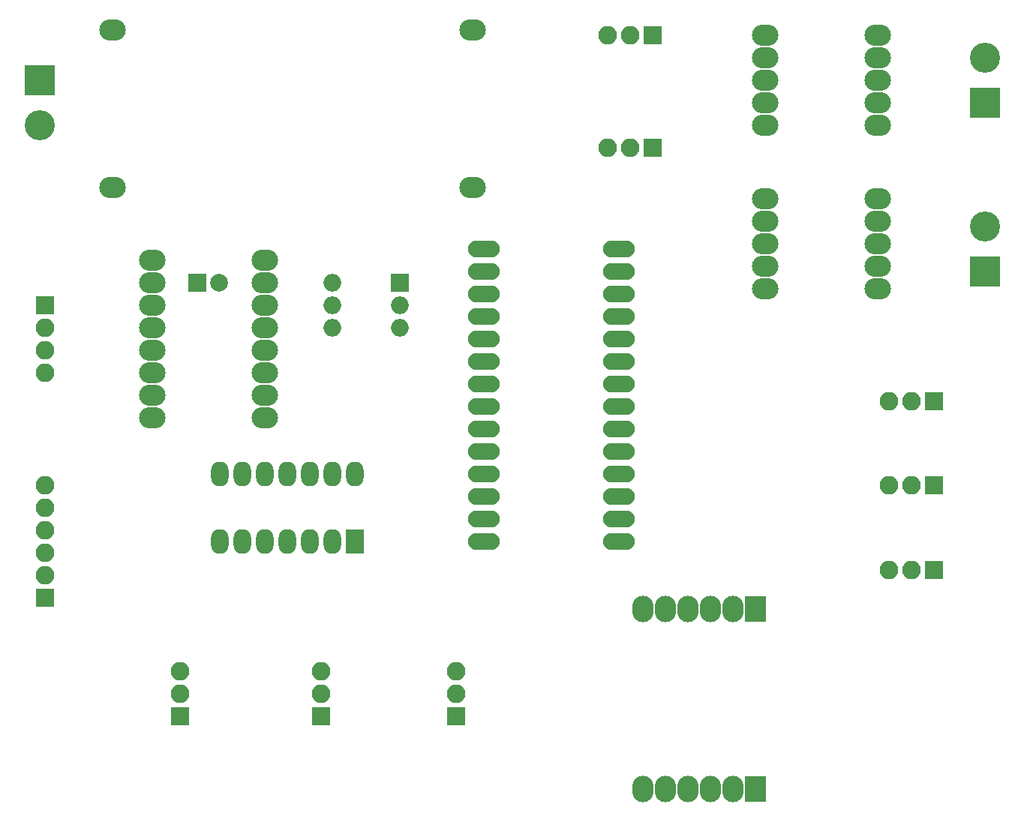
<source format=gbr>
G04 #@! TF.GenerationSoftware,KiCad,Pcbnew,5.0.0+dfsg1-2*
G04 #@! TF.CreationDate,2019-05-22T11:33:39+02:00*
G04 #@! TF.ProjectId,BLOBCNC_TOP,424C4F42434E435F544F502E6B696361,rev?*
G04 #@! TF.SameCoordinates,PXb438b80PY1b9d560*
G04 #@! TF.FileFunction,Soldermask,Bot*
G04 #@! TF.FilePolarity,Negative*
%FSLAX46Y46*%
G04 Gerber Fmt 4.6, Leading zero omitted, Abs format (unit mm)*
G04 Created by KiCad (PCBNEW 5.0.0+dfsg1-2) date Wed May 22 11:33:39 2019*
%MOMM*%
%LPD*%
G01*
G04 APERTURE LIST*
%ADD10R,2.000000X2.000000*%
%ADD11C,2.000000*%
%ADD12O,3.000000X2.400000*%
%ADD13C,3.400000*%
%ADD14R,3.400000X3.400000*%
%ADD15O,2.100000X2.100000*%
%ADD16R,2.100000X2.100000*%
%ADD17O,2.000000X2.000000*%
%ADD18O,2.400000X3.000000*%
%ADD19R,2.400000X3.000000*%
%ADD20O,3.575000X1.924000*%
%ADD21R,2.000000X2.800000*%
%ADD22O,2.000000X2.800000*%
G04 APERTURE END LIST*
D10*
G04 #@! TO.C,C1*
X-93091000Y-33274000D03*
D11*
X-90591000Y-33274000D03*
G04 #@! TD*
D12*
G04 #@! TO.C,Dr1*
X-85471000Y-30734000D03*
X-85471000Y-33274000D03*
X-85471000Y-35814000D03*
X-85471000Y-38354000D03*
X-85471000Y-40894000D03*
X-85471000Y-43434000D03*
X-85471000Y-45974000D03*
X-85471000Y-48514000D03*
X-98171000Y-48514000D03*
X-98171000Y-45974000D03*
X-98171000Y-43434000D03*
X-98171000Y-40894000D03*
X-98171000Y-38354000D03*
X-98171000Y-35814000D03*
X-98171000Y-33274000D03*
X-98171000Y-30734000D03*
G04 #@! TD*
D13*
G04 #@! TO.C,J1*
X-4191000Y-7874000D03*
D14*
X-4191000Y-12954000D03*
G04 #@! TD*
G04 #@! TO.C,J2*
X-4191000Y-32004000D03*
D13*
X-4191000Y-26924000D03*
G04 #@! TD*
D14*
G04 #@! TO.C,J3*
X-110871000Y-10414000D03*
D13*
X-110871000Y-15494000D03*
G04 #@! TD*
D15*
G04 #@! TO.C,J4*
X-14986000Y-46609000D03*
X-12446000Y-46609000D03*
D16*
X-9906000Y-46609000D03*
G04 #@! TD*
G04 #@! TO.C,J5*
X-9906000Y-56134000D03*
D15*
X-12446000Y-56134000D03*
X-14986000Y-56134000D03*
G04 #@! TD*
G04 #@! TO.C,J6*
X-14986000Y-65659000D03*
X-12446000Y-65659000D03*
D16*
X-9906000Y-65659000D03*
G04 #@! TD*
D15*
G04 #@! TO.C,J7*
X-46736000Y-18034000D03*
X-44196000Y-18034000D03*
D16*
X-41656000Y-18034000D03*
G04 #@! TD*
G04 #@! TO.C,J8*
X-41656000Y-5334000D03*
D15*
X-44196000Y-5334000D03*
X-46736000Y-5334000D03*
G04 #@! TD*
D16*
G04 #@! TO.C,J9*
X-94996000Y-82169000D03*
D15*
X-94996000Y-79629000D03*
X-94996000Y-77089000D03*
G04 #@! TD*
G04 #@! TO.C,J10*
X-79121000Y-77089000D03*
X-79121000Y-79629000D03*
D16*
X-79121000Y-82169000D03*
G04 #@! TD*
G04 #@! TO.C,J11*
X-63881000Y-82169000D03*
D15*
X-63881000Y-79629000D03*
X-63881000Y-77089000D03*
G04 #@! TD*
D16*
G04 #@! TO.C,J12*
X-110236000Y-35814000D03*
D15*
X-110236000Y-38354000D03*
X-110236000Y-40894000D03*
X-110236000Y-43434000D03*
G04 #@! TD*
D16*
G04 #@! TO.C,J13*
X-110236000Y-68834000D03*
D15*
X-110236000Y-66294000D03*
X-110236000Y-63754000D03*
X-110236000Y-61214000D03*
X-110236000Y-58674000D03*
X-110236000Y-56134000D03*
G04 #@! TD*
D12*
G04 #@! TO.C,MotorDriver1*
X-28956000Y-15494000D03*
X-28956000Y-12954000D03*
X-28956000Y-10414000D03*
X-28956000Y-7874000D03*
X-28956000Y-5334000D03*
X-16256000Y-5334000D03*
X-16256000Y-7874000D03*
X-16256000Y-10414000D03*
X-16256000Y-12954000D03*
X-16256000Y-15494000D03*
G04 #@! TD*
G04 #@! TO.C,MotorDriver2*
X-16256000Y-33909000D03*
X-16256000Y-31369000D03*
X-16256000Y-28829000D03*
X-16256000Y-26289000D03*
X-16256000Y-23749000D03*
X-28956000Y-23749000D03*
X-28956000Y-26289000D03*
X-28956000Y-28829000D03*
X-28956000Y-31369000D03*
X-28956000Y-33909000D03*
G04 #@! TD*
D10*
G04 #@! TO.C,SW1*
X-70231000Y-33274000D03*
D17*
X-77851000Y-38354000D03*
X-70231000Y-35814000D03*
X-77851000Y-35814000D03*
X-70231000Y-38354000D03*
X-77851000Y-33274000D03*
G04 #@! TD*
D12*
G04 #@! TO.C,U1*
X-102616000Y-4699000D03*
X-102616000Y-22479000D03*
X-61976000Y-4699000D03*
X-61976000Y-22479000D03*
G04 #@! TD*
D18*
G04 #@! TO.C,U2*
X-42799000Y-90424000D03*
X-40259000Y-90424000D03*
X-37719000Y-90424000D03*
X-35179000Y-90424000D03*
X-32639000Y-90424000D03*
D19*
X-30099000Y-90424000D03*
X-30099000Y-70104000D03*
D18*
X-32639000Y-70104000D03*
X-35179000Y-70104000D03*
X-37719000Y-70104000D03*
X-40259000Y-70104000D03*
X-42799000Y-70104000D03*
G04 #@! TD*
D20*
G04 #@! TO.C,U3*
X-45466000Y-32004000D03*
X-45466000Y-34544000D03*
X-45466000Y-37084000D03*
X-45466000Y-39624000D03*
X-45466000Y-42164000D03*
X-45466000Y-44704000D03*
X-45466000Y-47244000D03*
X-45466000Y-49784000D03*
X-45466000Y-52324000D03*
X-45466000Y-54864000D03*
X-45466000Y-57404000D03*
X-45466000Y-59944000D03*
X-45466000Y-62484000D03*
X-60706000Y-62484000D03*
X-60706000Y-59944000D03*
X-60706000Y-57404000D03*
X-60706000Y-54864000D03*
X-60706000Y-52324000D03*
X-60706000Y-49784000D03*
X-60706000Y-47244000D03*
X-60706000Y-44704000D03*
X-60706000Y-42164000D03*
X-60706000Y-39624000D03*
X-60706000Y-37084000D03*
X-60706000Y-34544000D03*
X-60706000Y-32004000D03*
X-60706000Y-29464000D03*
X-45466000Y-29464000D03*
G04 #@! TD*
D21*
G04 #@! TO.C,U4*
X-75311000Y-62484000D03*
D22*
X-90551000Y-54864000D03*
X-77851000Y-62484000D03*
X-88011000Y-54864000D03*
X-80391000Y-62484000D03*
X-85471000Y-54864000D03*
X-82931000Y-62484000D03*
X-82931000Y-54864000D03*
X-85471000Y-62484000D03*
X-80391000Y-54864000D03*
X-88011000Y-62484000D03*
X-77851000Y-54864000D03*
X-90551000Y-62484000D03*
X-75311000Y-54864000D03*
G04 #@! TD*
M02*

</source>
